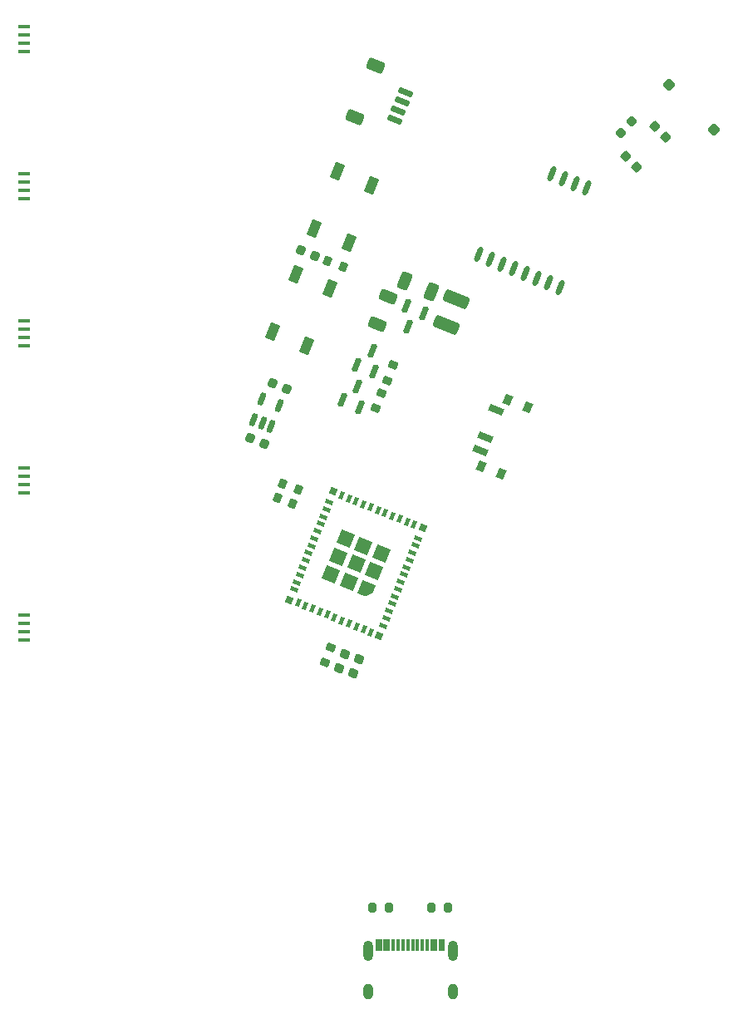
<source format=gbp>
%TF.GenerationSoftware,KiCad,Pcbnew,9.0.1*%
%TF.CreationDate,2025-06-08T19:27:13+02:00*%
%TF.ProjectId,circle-badge,63697263-6c65-42d6-9261-6467652e6b69,1.1*%
%TF.SameCoordinates,PX2faf080PY1c9c380*%
%TF.FileFunction,Paste,Bot*%
%TF.FilePolarity,Positive*%
%FSLAX46Y46*%
G04 Gerber Fmt 4.6, Leading zero omitted, Abs format (unit mm)*
G04 Created by KiCad (PCBNEW 9.0.1) date 2025-06-08 19:27:13*
%MOMM*%
%LPD*%
G01*
G04 APERTURE LIST*
G04 Aperture macros list*
%AMRoundRect*
0 Rectangle with rounded corners*
0 $1 Rounding radius*
0 $2 $3 $4 $5 $6 $7 $8 $9 X,Y pos of 4 corners*
0 Add a 4 corners polygon primitive as box body*
4,1,4,$2,$3,$4,$5,$6,$7,$8,$9,$2,$3,0*
0 Add four circle primitives for the rounded corners*
1,1,$1+$1,$2,$3*
1,1,$1+$1,$4,$5*
1,1,$1+$1,$6,$7*
1,1,$1+$1,$8,$9*
0 Add four rect primitives between the rounded corners*
20,1,$1+$1,$2,$3,$4,$5,0*
20,1,$1+$1,$4,$5,$6,$7,0*
20,1,$1+$1,$6,$7,$8,$9,0*
20,1,$1+$1,$8,$9,$2,$3,0*%
%AMRotRect*
0 Rectangle, with rotation*
0 The origin of the aperture is its center*
0 $1 length*
0 $2 width*
0 $3 Rotation angle, in degrees counterclockwise*
0 Add horizontal line*
21,1,$1,$2,0,0,$3*%
%AMFreePoly0*
4,1,6,0.725000,-0.725000,-0.125000,-0.725000,-0.725000,-0.125000,-0.725000,0.725000,0.725000,0.725000,0.725000,-0.725000,0.725000,-0.725000,$1*%
G04 Aperture macros list end*
%ADD10RoundRect,0.200000X-0.200000X-0.275000X0.200000X-0.275000X0.200000X0.275000X-0.200000X0.275000X0*%
%ADD11RoundRect,0.300000X-0.187294X-0.463596X0.187313X0.463588X0.187294X0.463596X-0.187313X-0.463588X0*%
%ADD12RoundRect,0.250000X-0.856245X0.750396X-1.137200X0.055008X0.856245X-0.750396X1.137200X-0.055008X0*%
%ADD13RoundRect,0.250000X0.480922X-0.544829X0.724417X0.057840X-0.480922X0.544829X-0.724417X-0.057840X0*%
%ADD14RotRect,0.400000X0.800000X338.000000*%
%ADD15RotRect,0.400000X0.800000X68.000000*%
%ADD16RotRect,1.450000X1.450000X338.000000*%
%ADD17FreePoly0,68.000000*%
%ADD18RotRect,0.700000X0.700000X338.000000*%
%ADD19RoundRect,0.200000X0.288454X0.180054X-0.082420X0.329897X-0.288454X-0.180054X0.082420X-0.329897X0*%
%ADD20R,1.300000X0.420000*%
%ADD21RoundRect,0.150000X-0.081004X-0.600912X0.359159X0.488530X0.081004X0.600912X-0.359159X-0.488530X0*%
%ADD22RoundRect,0.250000X0.544829X0.480922X-0.057840X0.724417X-0.544829X-0.480922X0.057840X-0.724417X0*%
%ADD23R,0.300000X1.150000*%
%ADD24O,1.000000X1.600000*%
%ADD25O,1.000000X2.100000*%
%ADD26RotRect,1.000000X0.800000X248.000000*%
%ADD27RotRect,0.700000X1.500000X248.000000*%
%ADD28RoundRect,0.200000X-0.288454X-0.180054X0.082420X-0.329897X0.288454X0.180054X-0.082420X0.329897X0*%
%ADD29RoundRect,0.225000X-0.147509X0.302268X-0.316082X-0.114965X0.147509X-0.302268X0.316082X0.114965X0*%
%ADD30RoundRect,0.200000X0.180054X-0.288454X0.329897X0.082420X-0.180054X0.288454X-0.329897X-0.082420X0*%
%ADD31RoundRect,0.200000X0.200000X0.275000X-0.200000X0.275000X-0.200000X-0.275000X0.200000X-0.275000X0*%
%ADD32RoundRect,0.150000X0.081004X0.600912X-0.359159X-0.488530X-0.081004X-0.600912X0.359159X0.488530X0*%
%ADD33RoundRect,0.225000X-0.335876X-0.017678X-0.017678X-0.335876X0.335876X0.017678X0.017678X0.335876X0*%
%ADD34RoundRect,0.218750X0.026517X-0.335876X0.335876X-0.026517X-0.026517X0.335876X-0.335876X0.026517X0*%
%ADD35RoundRect,0.225000X0.302268X0.147509X-0.114965X0.316082X-0.302268X-0.147509X0.114965X-0.316082X0*%
%ADD36RoundRect,0.150000X-0.052908X-0.531373X0.331063X0.418991X0.052908X0.531373X-0.331063X-0.418991X0*%
%ADD37RotRect,1.700000X1.000000X68.000000*%
%ADD38RoundRect,0.150000X0.523299X-0.373207X0.635681X-0.095052X-0.523299X0.373207X-0.635681X0.095052X0*%
%ADD39RoundRect,0.250000X0.471557X-0.568009X0.733782X0.081020X-0.471557X0.568009X-0.733782X-0.081020X0*%
%ADD40RotRect,1.700000X1.000000X248.000000*%
%ADD41RoundRect,0.150000X0.494975X0.000000X0.000000X0.494975X-0.494975X0.000000X0.000000X-0.494975X0*%
G04 APERTURE END LIST*
D10*
%TO.C,R9*%
X52175000Y-128500000D03*
X53825000Y-128500000D03*
%TD*%
D11*
%TO.C,U3*%
X65242664Y-65330252D03*
X64065141Y-64854502D03*
X62887618Y-64378752D03*
X61710094Y-63903001D03*
X60532572Y-63427250D03*
X59355047Y-62951500D03*
X58177523Y-62475750D03*
X57000000Y-61999999D03*
X64428479Y-53784538D03*
X65606003Y-54260289D03*
X66783526Y-54736039D03*
X67961051Y-55211790D03*
%TD*%
D12*
%TO.C,L1*%
X54699449Y-66526944D03*
X53650551Y-69123056D03*
%TD*%
D13*
%TO.C,C4*%
X46647455Y-69042597D03*
X47752545Y-66307403D03*
%TD*%
D14*
%TO.C,U4*%
X45995160Y-100457373D03*
X45253413Y-100157687D03*
X44511664Y-99858004D03*
X43769920Y-99558317D03*
X43028171Y-99258632D03*
X42286425Y-98958947D03*
X41544677Y-98659261D03*
X40802930Y-98359578D03*
X40061183Y-98059891D03*
X39319434Y-97760205D03*
X38577689Y-97460521D03*
D15*
X38155291Y-96103473D03*
X38454974Y-95361725D03*
X38754662Y-94619977D03*
X39054347Y-93878231D03*
X39354032Y-93136484D03*
X39653718Y-92394738D03*
X39953402Y-91652989D03*
X40253088Y-90911242D03*
X40552774Y-90169496D03*
X40852458Y-89427748D03*
X41152144Y-88686002D03*
X41451830Y-87944254D03*
X41751515Y-87202508D03*
D14*
X42998047Y-86519753D03*
X43739795Y-86819434D03*
X44481541Y-87119122D03*
X45223288Y-87418808D03*
X45965035Y-87718492D03*
X46706783Y-88018179D03*
X47448531Y-88317863D03*
X48190277Y-88617549D03*
X48932023Y-88917234D03*
X49673772Y-89216919D03*
X50415520Y-89516604D03*
D15*
X50837916Y-90873652D03*
X50538232Y-91615399D03*
X50238546Y-92357145D03*
X49938859Y-93098893D03*
X49639175Y-93840641D03*
X49339489Y-94582389D03*
X49039805Y-95324134D03*
X48740118Y-96065881D03*
X48440432Y-96807629D03*
X48140748Y-97549375D03*
X47841064Y-98291123D03*
X47541378Y-99032868D03*
X47241692Y-99774616D03*
D16*
X41925568Y-94579903D03*
X43756756Y-95319751D03*
D17*
X45587944Y-96059597D03*
D16*
X46327792Y-94228412D03*
X42665415Y-92748715D03*
X44496604Y-93488563D03*
X45236452Y-91657375D03*
X47067640Y-92397223D03*
X43405264Y-90917525D03*
D18*
X51315073Y-89826122D03*
X42135953Y-86117516D03*
X37678134Y-97151003D03*
X46857255Y-100859609D03*
%TD*%
D19*
%TO.C,R11*%
X43139927Y-63234050D03*
X41610073Y-62615950D03*
%TD*%
D20*
%TO.C,D2*%
X10650000Y-84590000D03*
X10650000Y-83725000D03*
X10650000Y-86275000D03*
X10650000Y-85425000D03*
%TD*%
D21*
%TO.C,Q2*%
X46279631Y-73900111D03*
X44517982Y-73188359D03*
X46101194Y-71805765D03*
%TD*%
D22*
%TO.C,C2*%
X52192597Y-65802545D03*
X49457403Y-64697455D03*
%TD*%
D21*
%TO.C,Q1*%
X44829631Y-77525111D03*
X43067982Y-76813359D03*
X44651194Y-75430765D03*
%TD*%
D20*
%TO.C,D1*%
X10650000Y-99590000D03*
X10650000Y-98725000D03*
X10650000Y-101275000D03*
X10650000Y-100425000D03*
%TD*%
D23*
%TO.C,J3*%
X53350000Y-132330000D03*
X52550000Y-132330000D03*
X51250000Y-132330001D03*
X50250000Y-132330000D03*
X49750000Y-132330000D03*
X48750000Y-132330001D03*
X47450000Y-132330000D03*
X46650000Y-132330000D03*
X46950000Y-132330000D03*
X47750000Y-132330000D03*
X48250000Y-132330000D03*
X49250000Y-132330000D03*
X50750000Y-132330000D03*
X51750000Y-132330000D03*
X52250000Y-132330000D03*
X53050000Y-132330000D03*
D24*
X54320000Y-137075000D03*
D25*
X54320000Y-132895000D03*
D24*
X45680000Y-137075000D03*
D25*
X45680000Y-132895000D03*
%TD*%
D26*
%TO.C,SW1*%
X61973187Y-77571466D03*
X59924111Y-76743586D03*
X59238559Y-84339908D03*
X57189483Y-83512028D03*
D27*
X58796992Y-77798149D03*
X57673172Y-80579700D03*
X57111262Y-81970476D03*
%TD*%
D28*
%TO.C,R13*%
X36460073Y-86765950D03*
X37989927Y-87384050D03*
%TD*%
D29*
%TO.C,C8*%
X43340320Y-102656433D03*
X42759680Y-104093567D03*
%TD*%
D30*
%TO.C,R12*%
X41315950Y-103539927D03*
X41934050Y-102010073D03*
%TD*%
%TO.C,R4*%
X47640950Y-74789927D03*
X48259050Y-73260073D03*
%TD*%
D20*
%TO.C,D3*%
X10650000Y-69590000D03*
X10650000Y-68725000D03*
X10650000Y-71275000D03*
X10650000Y-70425000D03*
%TD*%
D31*
%TO.C,R10*%
X47825000Y-128500000D03*
X46175000Y-128500000D03*
%TD*%
D32*
%TO.C,U2*%
X49620369Y-67249889D03*
X51382018Y-67961641D03*
X49798806Y-69344235D03*
%TD*%
D33*
%TO.C,C5*%
X71951992Y-51951992D03*
X73048008Y-53048008D03*
%TD*%
D34*
%TO.C,L2*%
X71443153Y-49556847D03*
X72556847Y-48443153D03*
%TD*%
D35*
%TO.C,C7*%
X40318567Y-62090320D03*
X38881433Y-61509680D03*
%TD*%
D36*
%TO.C,U1*%
X35829710Y-79498048D03*
X34948885Y-79142172D03*
X34068060Y-78786295D03*
X34920290Y-76676952D03*
X36681940Y-77388705D03*
%TD*%
D20*
%TO.C,D4*%
X10650000Y-54590000D03*
X10650000Y-53725000D03*
X10650000Y-56275000D03*
X10650000Y-55425000D03*
%TD*%
%TO.C,D5*%
X10650000Y-39590000D03*
X10650000Y-38725000D03*
X10650000Y-41275000D03*
X10650000Y-40425000D03*
%TD*%
D29*
%TO.C,C6*%
X44765320Y-103231433D03*
X44184680Y-104668567D03*
%TD*%
D35*
%TO.C,C3*%
X37443567Y-75665320D03*
X36006433Y-75084680D03*
%TD*%
D30*
%TO.C,R3*%
X46490950Y-77614927D03*
X47109050Y-76085073D03*
%TD*%
D37*
%TO.C,SW5*%
X43731639Y-60732382D03*
X46091660Y-54891123D03*
X40208340Y-59308877D03*
X42568361Y-53467618D03*
%TD*%
D38*
%TO.C,J4*%
X48422458Y-48199989D03*
X48797064Y-47272805D03*
X49171671Y-46345621D03*
X49546278Y-45418436D03*
D39*
X44342632Y-47953727D03*
X46440429Y-42761498D03*
%TD*%
D33*
%TO.C,C9*%
X74951992Y-48951992D03*
X76048008Y-50048008D03*
%TD*%
D35*
%TO.C,C1*%
X35168567Y-81265320D03*
X33731433Y-80684680D03*
%TD*%
D28*
%TO.C,R14*%
X37035073Y-85340950D03*
X38564927Y-85959050D03*
%TD*%
D40*
%TO.C,SW4*%
X38318361Y-63967618D03*
X35958340Y-69808877D03*
X41841660Y-65391123D03*
X39481639Y-71232382D03*
%TD*%
D41*
%TO.C,AE1*%
X76358757Y-44647339D03*
X80954951Y-49243533D03*
%TD*%
M02*

</source>
